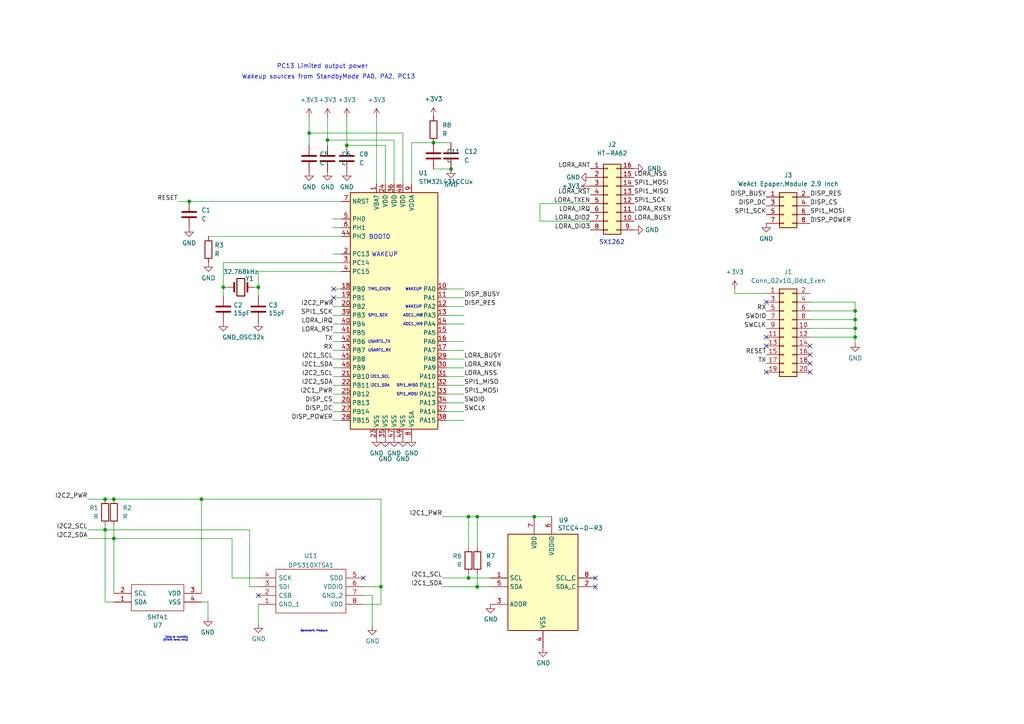
<source format=kicad_sch>
(kicad_sch (version 20250114) (generator "eeschema") (generator_version "9.0")
  (paper "A4")
  (lib_symbols
    (symbol "Connector_Generic:Conn_02x04_Odd_Even" (pin_names (offset 1.016) (hide yes))
      (property "Reference" "J" (at 1.27 5.08 0))
      (property "Value" "Conn_02x04_Odd_Even" (at 1.27 -7.62 0))
      (symbol "Conn_02x04_Odd_Even_1_1"
        (rectangle (start -1.27 3.81) (end 3.81 -6.35) (stroke (width 0.254)) (fill (type background)))
        (rectangle (start -1.27 2.667) (end 0 2.413) (stroke (width 0.1524)))
        (rectangle (start -1.27 0.127) (end 0 -0.127) (stroke (width 0.1524)))
        (rectangle (start -1.27 -2.413) (end 0 -2.667) (stroke (width 0.1524)))
        (rectangle (start -1.27 -4.953) (end 0 -5.207) (stroke (width 0.1524)))
        (rectangle (start 3.81 2.667) (end 2.54 2.413) (stroke (width 0.1524)))
        (rectangle (start 3.81 0.127) (end 2.54 -0.127) (stroke (width 0.1524)))
        (rectangle (start 3.81 -2.413) (end 2.54 -2.667) (stroke (width 0.1524)))
        (rectangle (start 3.81 -4.953) (end 2.54 -5.207) (stroke (width 0.1524)))
        (pin passive line (at -5.08 2.54 0) (length 3.81) (name "Pin_1") (number "1"))
        (pin passive line (at -5.08 0 0) (length 3.81) (name "Pin_3") (number "3"))
        (pin passive line (at -5.08 -2.54 0) (length 3.81) (name "Pin_5") (number "5"))
        (pin passive line (at -5.08 -5.08 0) (length 3.81) (name "Pin_7") (number "7"))
        (pin passive line (at 7.62 2.54 180) (length 3.81) (name "Pin_2") (number "2"))
        (pin passive line (at 7.62 0 180) (length 3.81) (name "Pin_4") (number "4"))
        (pin passive line (at 7.62 -2.54 180) (length 3.81) (name "Pin_6") (number "6"))
        (pin passive line (at 7.62 -5.08 180) (length 3.81) (name "Pin_8") (number "8"))
      )
    )
    (symbol "Connector_Generic:Conn_02x08_Counter_Clockwise" (pin_names (offset 1.016) (hide yes))
      (property "Reference" "J" (at 1.27 10.16 0))
      (property "Value" "Conn_02x08_Counter_Clockwise" (at 1.27 -12.7 0))
      (symbol "Conn_02x08_Counter_Clockwise_1_1"
        (rectangle (start -1.27 8.89) (end 3.81 -11.43) (stroke (width 0.254)) (fill (type background)))
        (rectangle (start -1.27 7.747) (end 0 7.493) (stroke (width 0.1524)))
        (rectangle (start -1.27 5.207) (end 0 4.953) (stroke (width 0.1524)))
        (rectangle (start -1.27 2.667) (end 0 2.413) (stroke (width 0.1524)))
        (rectangle (start -1.27 0.127) (end 0 -0.127) (stroke (width 0.1524)))
        (rectangle (start -1.27 -2.413) (end 0 -2.667) (stroke (width 0.1524)))
        (rectangle (start -1.27 -4.953) (end 0 -5.207) (stroke (width 0.1524)))
        (rectangle (start -1.27 -7.493) (end 0 -7.747) (stroke (width 0.1524)))
        (rectangle (start -1.27 -10.033) (end 0 -10.287) (stroke (width 0.1524)))
        (rectangle (start 3.81 7.747) (end 2.54 7.493) (stroke (width 0.1524)))
        (rectangle (start 3.81 5.207) (end 2.54 4.953) (stroke (width 0.1524)))
        (rectangle (start 3.81 2.667) (end 2.54 2.413) (stroke (width 0.1524)))
        (rectangle (start 3.81 0.127) (end 2.54 -0.127) (stroke (width 0.1524)))
        (rectangle (start 3.81 -2.413) (end 2.54 -2.667) (stroke (width 0.1524)))
        (rectangle (start 3.81 -4.953) (end 2.54 -5.207) (stroke (width 0.1524)))
        (rectangle (start 3.81 -7.493) (end 2.54 -7.747) (stroke (width 0.1524)))
        (rectangle (start 3.81 -10.033) (end 2.54 -10.287) (stroke (width 0.1524)))
        (pin passive line (at -5.08 7.62 0) (length 3.81) (name "Pin_1") (number "1"))
        (pin passive line (at -5.08 5.08 0) (length 3.81) (name "Pin_2") (number "2"))
        (pin passive line (at -5.08 2.54 0) (length 3.81) (name "Pin_3") (number "3"))
        (pin passive line (at -5.08 0 0) (length 3.81) (name "Pin_4") (number "4"))
        (pin passive line (at -5.08 -2.54 0) (length 3.81) (name "Pin_5") (number "5"))
        (pin passive line (at -5.08 -5.08 0) (length 3.81) (name "Pin_6") (number "6"))
        (pin passive line (at -5.08 -7.62 0) (length 3.81) (name "Pin_7") (number "7"))
        (pin passive line (at -5.08 -10.16 0) (length 3.81) (name "Pin_8") (number "8"))
        (pin passive line (at 7.62 7.62 180) (length 3.81) (name "Pin_16") (number "16"))
        (pin passive line (at 7.62 5.08 180) (length 3.81) (name "Pin_15") (number "15"))
        (pin passive line (at 7.62 2.54 180) (length 3.81) (name "Pin_14") (number "14"))
        (pin passive line (at 7.62 0 180) (length 3.81) (name "Pin_13") (number "13"))
        (pin passive line (at 7.62 -2.54 180) (length 3.81) (name "Pin_12") (number "12"))
        (pin passive line (at 7.62 -5.08 180) (length 3.81) (name "Pin_11") (number "11"))
        (pin passive line (at 7.62 -7.62 180) (length 3.81) (name "Pin_10") (number "10"))
        (pin passive line (at 7.62 -10.16 180) (length 3.81) (name "Pin_9") (number "9"))
      )
    )
    (symbol "Connector_Generic:Conn_02x10_Odd_Even" (pin_names (offset 1.016) (hide yes))
      (property "Reference" "J" (at 1.27 12.7 0))
      (property "Value" "Conn_02x10_Odd_Even" (at 1.27 -15.24 0))
      (symbol "Conn_02x10_Odd_Even_1_1"
        (rectangle (start -1.27 11.43) (end 3.81 -13.97) (stroke (width 0.254)) (fill (type background)))
        (rectangle (start -1.27 10.287) (end 0 10.033) (stroke (width 0.1524)))
        (rectangle (start -1.27 7.747) (end 0 7.493) (stroke (width 0.1524)))
        (rectangle (start -1.27 5.207) (end 0 4.953) (stroke (width 0.1524)))
        (rectangle (start -1.27 2.667) (end 0 2.413) (stroke (width 0.1524)))
        (rectangle (start -1.27 0.127) (end 0 -0.127) (stroke (width 0.1524)))
        (rectangle (start -1.27 -2.413) (end 0 -2.667) (stroke (width 0.1524)))
        (rectangle (start -1.27 -4.953) (end 0 -5.207) (stroke (width 0.1524)))
        (rectangle (start -1.27 -7.493) (end 0 -7.747) (stroke (width 0.1524)))
        (rectangle (start -1.27 -10.033) (end 0 -10.287) (stroke (width 0.1524)))
        (rectangle (start -1.27 -12.573) (end 0 -12.827) (stroke (width 0.1524)))
        (rectangle (start 3.81 10.287) (end 2.54 10.033) (stroke (width 0.1524)))
        (rectangle (start 3.81 7.747) (end 2.54 7.493) (stroke (width 0.1524)))
        (rectangle (start 3.81 5.207) (end 2.54 4.953) (stroke (width 0.1524)))
        (rectangle (start 3.81 2.667) (end 2.54 2.413) (stroke (width 0.1524)))
        (rectangle (start 3.81 0.127) (end 2.54 -0.127) (stroke (width 0.1524)))
        (rectangle (start 3.81 -2.413) (end 2.54 -2.667) (stroke (width 0.1524)))
        (rectangle (start 3.81 -4.953) (end 2.54 -5.207) (stroke (width 0.1524)))
        (rectangle (start 3.81 -7.493) (end 2.54 -7.747) (stroke (width 0.1524)))
        (rectangle (start 3.81 -10.033) (end 2.54 -10.287) (stroke (width 0.1524)))
        (rectangle (start 3.81 -12.573) (end 2.54 -12.827) (stroke (width 0.1524)))
        (pin passive line (at -5.08 10.16 0) (length 3.81) (name "Pin_1") (number "1"))
        (pin passive line (at -5.08 7.62 0) (length 3.81) (name "Pin_3") (number "3"))
        (pin passive line (at -5.08 5.08 0) (length 3.81) (name "Pin_5") (number "5"))
        (pin passive line (at -5.08 2.54 0) (length 3.81) (name "Pin_7") (number "7"))
        (pin passive line (at -5.08 0 0) (length 3.81) (name "Pin_9") (number "9"))
        (pin passive line (at -5.08 -2.54 0) (length 3.81) (name "Pin_11") (number "11"))
        (pin passive line (at -5.08 -5.08 0) (length 3.81) (name "Pin_13") (number "13"))
        (pin passive line (at -5.08 -7.62 0) (length 3.81) (name "Pin_15") (number "15"))
        (pin passive line (at -5.08 -10.16 0) (length 3.81) (name "Pin_17") (number "17"))
        (pin passive line (at -5.08 -12.7 0) (length 3.81) (name "Pin_19") (number "19"))
        (pin passive line (at 7.62 10.16 180) (length 3.81) (name "Pin_2") (number "2"))
        (pin passive line (at 7.62 7.62 180) (length 3.81) (name "Pin_4") (number "4"))
        (pin passive line (at 7.62 5.08 180) (length 3.81) (name "Pin_6") (number "6"))
        (pin passive line (at 7.62 2.54 180) (length 3.81) (name "Pin_8") (number "8"))
        (pin passive line (at 7.62 0 180) (length 3.81) (name "Pin_10") (number "10"))
        (pin passive line (at 7.62 -2.54 180) (length 3.81) (name "Pin_12") (number "12"))
        (pin passive line (at 7.62 -5.08 180) (length 3.81) (name "Pin_14") (number "14"))
        (pin passive line (at 7.62 -7.62 180) (length 3.81) (name "Pin_16") (number "16"))
        (pin passive line (at 7.62 -10.16 180) (length 3.81) (name "Pin_18") (number "18"))
        (pin passive line (at 7.62 -12.7 180) (length 3.81) (name "Pin_20") (number "20"))
      )
    )
    (symbol "Device:C" (pin_numbers (hide yes)) (pin_names (offset 0.254))
      (property "Reference" "C" (at 0.635 2.54 0))
      (property "Value" "C" (at 0.635 -2.54 0))
      (symbol "C_0_1"
        (polyline (pts (xy -2.032 0.762) (xy 2.032 0.762)) (stroke (width 0.508)))
        (polyline (pts (xy -2.032 -0.762) (xy 2.032 -0.762)) (stroke (width 0.508)))
      )
      (symbol "C_1_1"
        (pin passive line (at 0 3.81 270) (length 2.794) (name "~") (number "1"))
        (pin passive line (at 0 -3.81 90) (length 2.794) (name "~") (number "2"))
      )
    )
    (symbol "Device:R" (pin_numbers (hide yes)) (pin_names (offset 0))
      (property "Reference" "R" (at 2.032 0 90))
      (property "Value" "R" (at 0 0 90))
      (symbol "R_0_1"
        (rectangle (start -1.016 -2.54) (end 1.016 2.54) (stroke (width 0.254)))
      )
      (symbol "R_1_1"
        (pin passive line (at 0 3.81 270) (length 1.27) (name "~") (number "1"))
        (pin passive line (at 0 -3.81 90) (length 1.27) (name "~") (number "2"))
      )
    )
    (symbol "MCU_ST_STM32L4:STM32L431CCUx"
      (property "Reference" "U" (at -12.7 34.29 0))
      (property "Value" "STM32L431CCUx" (at 7.62 34.29 0))
      (symbol "STM32L431CCUx_0_1"
        (rectangle (start -12.7 -35.56) (end 12.7 33.02) (stroke (width 0.254)) (fill (type background)))
      )
      (symbol "STM32L431CCUx_1_1"
        (pin input line (at -15.24 30.48 0) (length 2.54) (name "NRST") (number "7"))
        (pin input line (at -15.24 25.4 0) (length 2.54) (name "PH0") (number "5"))
        (pin input line (at -15.24 22.86 0) (length 2.54) (name "PH1") (number "6"))
        (pin bidirectional line (at -15.24 20.32 0) (length 2.54) (name "PH3") (number "44"))
        (pin bidirectional line (at -15.24 15.24 0) (length 2.54) (name "PC13") (number "2"))
        (pin bidirectional line (at -15.24 12.7 0) (length 2.54) (name "PC14") (number "3"))
        (pin bidirectional line (at -15.24 10.16 0) (length 2.54) (name "PC15") (number "4"))
        (pin bidirectional line (at -15.24 5.08 0) (length 2.54) (name "PB0") (number "18"))
        (pin bidirectional line (at -15.24 2.54 0) (length 2.54) (name "PB1") (number "19"))
        (pin bidirectional line (at -15.24 0 0) (length 2.54) (name "PB2") (number "20"))
        (pin bidirectional line (at -15.24 -2.54 0) (length 2.54) (name "PB3") (number "39"))
        (pin bidirectional line (at -15.24 -5.08 0) (length 2.54) (name "PB4") (number "40"))
        (pin bidirectional line (at -15.24 -7.62 0) (length 2.54) (name "PB5") (number "41"))
        (pin bidirectional line (at -15.24 -10.16 0) (length 2.54) (name "PB6") (number "42"))
        (pin bidirectional line (at -15.24 -12.7 0) (length 2.54) (name "PB7") (number "43"))
        (pin bidirectional line (at -15.24 -15.24 0) (length 2.54) (name "PB8") (number "45"))
        (pin bidirectional line (at -15.24 -17.78 0) (length 2.54) (name "PB9") (number "46"))
        (pin bidirectional line (at -15.24 -20.32 0) (length 2.54) (name "PB10") (number "21"))
        (pin bidirectional line (at -15.24 -22.86 0) (length 2.54) (name "PB11") (number "22"))
        (pin bidirectional line (at -15.24 -25.4 0) (length 2.54) (name "PB12") (number "25"))
        (pin bidirectional line (at -15.24 -27.94 0) (length 2.54) (name "PB13") (number "26"))
        (pin bidirectional line (at -15.24 -30.48 0) (length 2.54) (name "PB14") (number "27"))
        (pin bidirectional line (at -15.24 -33.02 0) (length 2.54) (name "PB15") (number "28"))
        (pin power_in line (at -5.08 35.56 270) (length 2.54) (name "VBAT") (number "1"))
        (pin power_in line (at -5.08 -38.1 90) (length 2.54) (name "VSS") (number "23"))
        (pin power_in line (at -2.54 35.56 270) (length 2.54) (name "VDD") (number "24"))
        (pin power_in line (at -2.54 -38.1 90) (length 2.54) (name "VSS") (number "35"))
        (pin power_in line (at 0 35.56 270) (length 2.54) (name "VDD") (number "36"))
        (pin power_in line (at 0 -38.1 90) (length 2.54) (name "VSS") (number "47"))
        (pin power_in line (at 2.54 35.56 270) (length 2.54) (name "VDD") (number "48"))
        (pin power_in line (at 2.54 -38.1 90) (length 2.54) (name "VSS") (number "49"))
        (pin power_in line (at 5.08 35.56 270) (length 2.54) (name "VDDA") (number "9"))
        (pin power_in line (at 5.08 -38.1 90) (length 2.54) (name "VSSA") (number "8"))
        (pin bidirectional line (at 15.24 5.08 180) (length 2.54) (name "PA0") (number "10"))
        (pin bidirectional line (at 15.24 2.54 180) (length 2.54) (name "PA1") (number "11"))
        (pin bidirectional line (at 15.24 0 180) (length 2.54) (name "PA2") (number "12"))
        (pin bidirectional line (at 15.24 -2.54 180) (length 2.54) (name "PA3") (number "13"))
        (pin bidirectional line (at 15.24 -5.08 180) (length 2.54) (name "PA4") (number "14"))
        (pin bidirectional line (at 15.24 -7.62 180) (length 2.54) (name "PA5") (number "15"))
        (pin bidirectional line (at 15.24 -10.16 180) (length 2.54) (name "PA6") (number "16"))
        (pin bidirectional line (at 15.24 -12.7 180) (length 2.54) (name "PA7") (number "17"))
        (pin bidirectional line (at 15.24 -15.24 180) (length 2.54) (name "PA8") (number "29"))
        (pin bidirectional line (at 15.24 -17.78 180) (length 2.54) (name "PA9") (number "30"))
        (pin bidirectional line (at 15.24 -20.32 180) (length 2.54) (name "PA10") (number "31"))
        (pin bidirectional line (at 15.24 -22.86 180) (length 2.54) (name "PA11") (number "32"))
        (pin bidirectional line (at 15.24 -25.4 180) (length 2.54) (name "PA12") (number "33"))
        (pin bidirectional line (at 15.24 -27.94 180) (length 2.54) (name "PA13") (number "34"))
        (pin bidirectional line (at 15.24 -30.48 180) (length 2.54) (name "PA14") (number "37"))
        (pin bidirectional line (at 15.24 -33.02 180) (length 2.54) (name "PA15") (number "38"))
      )
    )
    (symbol "Sensative-New:C-Device" (pin_numbers (hide yes)) (pin_names (offset 0.254))
      (property "Reference" "C" (at 0.635 2.54 0))
      (property "Value" "C-Device" (at 0.635 -2.54 0))
      (symbol "C-Device_0_1"
        (polyline (pts (xy -2.032 0.762) (xy 2.032 0.762)) (stroke (width 0.508)))
        (polyline (pts (xy -2.032 -0.762) (xy 2.032 -0.762)) (stroke (width 0.508)))
      )
      (symbol "C-Device_1_1"
        (pin passive line (at 0 3.81 270) (length 2.794) (name "~") (number "1"))
        (pin passive line (at 0 -3.81 90) (length 2.794) (name "~") (number "2"))
      )
    )
    (symbol "Sensative-New:Crystal-Device" (pin_numbers (hide yes)) (pin_names (offset 1.016) (hide yes))
      (property "Reference" "Y" (at 0 3.81 0))
      (property "Value" "Crystal-Device" (at 0 -3.81 0))
      (symbol "Crystal-Device_0_1"
        (polyline (pts (xy -2.54 0) (xy -1.905 0)))
        (polyline (pts (xy -1.905 -1.27) (xy -1.905 1.27)) (stroke (width 0.508)))
        (rectangle (start -1.143 2.54) (end 1.143 -2.54) (stroke (width 0.3048)))
        (polyline (pts (xy 1.905 -1.27) (xy 1.905 1.27)) (stroke (width 0.508)))
        (polyline (pts (xy 2.54 0) (xy 1.905 0)))
      )
      (symbol "Crystal-Device_1_1"
        (pin passive line (at -3.81 0 0) (length 1.27) (name "1") (number "1"))
        (pin passive line (at 3.81 0 180) (length 1.27) (name "2") (number "2"))
      )
    )
    (symbol "Sensative-New:SHT40-AD1B-R3" (pin_names (offset 0.762))
      (property "Reference" "IC" (at 21.59 7.62 0))
      (property "Value" "SHT40-AD1B-R3" (at 21.59 5.08 0))
      (symbol "SHT40-AD1B-R3_0_0"
        (pin passive line (at 0 0 0) (length 5.08) (name "SDA") (number "1"))
        (pin passive line (at 0 -2.54 0) (length 5.08) (name "SCL") (number "2"))
        (pin passive line (at 25.4 0 180) (length 5.08) (name "VSS") (number "4"))
        (pin passive line (at 25.4 -2.54 180) (length 5.08) (name "VDD") (number "3"))
      )
      (symbol "SHT40-AD1B-R3_0_1"
        (polyline (pts (xy 5.08 2.54) (xy 20.32 2.54) (xy 20.32 -5.08) (xy 5.08 -5.08) (xy 5.08 2.54)) (stroke (width 0.1524)))
      )
    )
    (symbol "Sensative-New:STCC4-D-R3"
      (property "Reference" "U9" (at 19.812 16.764 0))
      (property "Value" "STCC4-D-R3" (at 19.558 14.478 0))
      (symbol "STCC4-D-R3_1_1"
        (rectangle (start 5.08 12.7) (end 25.4 -15.24) (stroke (width 0.254)) (fill (type background)))
        (pin passive line (at 0 0 0) (length 5.08) (name "SCL") (number "1"))
        (pin passive line (at 0 -2.54 0) (length 5.08) (name "SDA") (number "5"))
        (pin passive line (at 0 -7.62 0) (length 5.08) (name "ADDR") (number "3"))
        (pin passive line (at 12.7 17.78 270) (length 5.08) (name "VDD") (number "7"))
        (pin passive line (at 15.24 -20.32 90) (length 5.08) (name "VSS") (number "4"))
        (pin passive line (at 17.78 17.78 270) (length 5.08) (name "VDDIO") (number "6"))
        (pin passive line (at 30.48 0 180) (length 5.08) (name "SCL_C") (number "8"))
        (pin passive line (at 30.48 -2.54 180) (length 5.08) (name "SDA_C") (number "2"))
      )
    )
    (symbol "TVK10011:DPS310XTSA1" (pin_names (offset 0.762))
      (property "Reference" "IC" (at 26.67 7.62 0))
      (property "Value" "DPS310XTSA1" (at 26.67 5.08 0))
      (symbol "DPS310XTSA1_0_0"
        (pin passive line (at 0 0 0) (length 5.08) (name "SCK") (number "4"))
        (pin passive line (at 0 -2.54 0) (length 5.08) (name "SDI") (number "3"))
        (pin passive line (at 0 -5.08 0) (length 5.08) (name "CSB") (number "2"))
        (pin passive line (at 0 -7.62 0) (length 5.08) (name "GND_1") (number "1"))
        (pin passive line (at 30.48 0 180) (length 5.08) (name "SDO") (number "5"))
        (pin passive line (at 30.48 -2.54 180) (length 5.08) (name "VDDIO") (number "6"))
        (pin passive line (at 30.48 -5.08 180) (length 5.08) (name "GND_2") (number "7"))
        (pin passive line (at 30.48 -7.62 180) (length 5.08) (name "VDD") (number "8"))
      )
      (symbol "DPS310XTSA1_0_1"
        (polyline (pts (xy 5.08 2.54) (xy 25.4 2.54) (xy 25.4 -10.16) (xy 5.08 -10.16) (xy 5.08 2.54)) (stroke (width 0.1524)))
      )
    )
    (symbol "TVK10011:GND_ACC" (power) (pin_names (offset 0))
      (property "Value" "GND_ACC" (at 0 -3.81 0))
      (symbol "GND_ACC_0_1"
        (polyline (pts (xy 0 0) (xy 0 -1.27) (xy 1.27 -1.27) (xy 0 -2.54) (xy -1.27 -1.27) (xy 0 -1.27)))
      )
      (symbol "GND_ACC_1_1"
        (pin power_in line (at 0 0 270) (length 0) (hide yes) (name "GND_ACC") (number "1"))
      )
    )
    (symbol "TVK10014:GND_OSC32k" (power) (pin_names (offset 0))
      (property "Value" "GND_OSC32k" (at 0 -3.81 0))
      (symbol "GND_OSC32k_0_1"
        (polyline (pts (xy 0 0) (xy 0 -1.27) (xy 1.27 -1.27) (xy 0 -2.54) (xy -1.27 -1.27) (xy 0 -1.27)))
      )
      (symbol "GND_OSC32k_1_1"
        (pin power_in line (at 0 0 270) (length 0) (hide yes) (name "GND_OSC32k") (number "1"))
      )
    )
    (symbol "power:+3V3" (power) (pin_names (offset 0))
      (property "Value" "+3V3" (at 0 3.556 0))
      (symbol "+3V3_0_1"
        (polyline (pts (xy -0.762 1.27) (xy 0 2.54)))
        (polyline (pts (xy 0 2.54) (xy 0.762 1.27)))
        (polyline (pts (xy 0 0) (xy 0 2.54)))
      )
      (symbol "+3V3_1_1"
        (pin power_in line (at 0 0 90) (length 0) (hide yes) (name "+3V3") (number "1"))
      )
    )
    (symbol "power:GND" (power) (pin_names (offset 0))
      (property "Value" "GND" (at 0 -3.81 0))
      (symbol "GND_0_1"
        (polyline (pts (xy 0 0) (xy 0 -1.27) (xy 1.27 -1.27) (xy 0 -2.54) (xy -1.27 -1.27) (xy 0 -1.27)))
      )
      (symbol "GND_1_1"
        (pin power_in line (at 0 0 270) (length 0) (hide yes) (name "GND") (number "1"))
      )
    )
  )
  (text "SX1262" (at 173.736 71.12 0) (effects (font (size 1.27 1.27)) (justify left bottom)))
  (text "I2C1_SCL" (at 107.315 109.855 0) (effects (font (size 0.8 0.8)) (justify left bottom)))
  (text "ADC1_IN8" (at 116.84 92.075 0) (effects (font (size 0.8 0.8)) (justify left bottom)))
  (text "BOOT0" (at 106.934 69.596 0) (effects (font (size 1.27 1.27)) (justify left bottom)))
  (text "SPI1_SCK" (at 106.68 92.075 0) (effects (font (size 0.8 0.8)) (justify left bottom)))
  (text "WAKEUP" (at 117.475 89.535 0) (effects (font (size 0.8 0.8)) (justify left bottom)))
  (text "WAKEUP" (at 117.475 84.455 0) (effects (font (size 0.8 0.8)) (justify left bottom)))
  (text "USART1_TX" (at 106.68 99.695 0) (effects (font (size 0.8 0.8)) (justify left bottom)))
  (text "USART1_RX" (at 106.68 102.235 0) (effects (font (size 0.8 0.8)) (justify left bottom)))
  (text "TIM1_CH2N" (at 106.68 84.455 0) (effects (font (size 0.8 0.8)) (justify left bottom)))
  (text "I2C1_SDA" (at 107.315 112.395 0) (effects (font (size 0.8 0.8)) (justify left bottom)))
  (text "ADC1_IN9" (at 116.84 94.615 0) (effects (font (size 0.8 0.8)) (justify left bottom)))
  (text "SPI1_MOSI" (at 114.935 114.935 0) (effects (font (size 0.8 0.8)) (justify left bottom)))
  (text "WAKEUP" (at 107.696 74.676 0) (effects (font (size 1.27 1.27)) (justify left bottom)))
  (text "Wakeup sources from StandbyMode PA0, PA2, PC13" (at 70.104 23.114 0) (effects (font (size 1.27 1.27)) (justify left bottom)))
  (text "PC13 Limited output power" (at 80.264 20.066 0) (effects (font (size 1.27 1.27)) (justify left bottom)))
  (text "Barometric Pressure" (at 87.122 183.388 0) (effects (font (size 0.508 0.508)) (justify left bottom)))
  (text "SPI1_MISO" (at 114.935 112.395 0) (effects (font (size 0.8 0.8)) (justify left bottom)))
  (text "Temp & Humidity\n(STS40 temp only)" (at 54.61 186.055 0) (effects (font (size 0.508 0.508)) (justify right bottom)))
  (junction (at 135.89 149.86))
  (junction (at 54.864 58.42))
  (junction (at 110.49 170.18))
  (junction (at 154.94 149.86))
  (junction (at 30.48 153.67))
  (junction (at 248.031 95.25))
  (junction (at 30.48 144.78))
  (junction (at 33.02 144.78))
  (junction (at 138.43 170.18))
  (junction (at 33.02 156.21))
  (junction (at 64.77 83.312))
  (junction (at 74.93 83.312))
  (junction (at 248.031 92.71))
  (junction (at 125.73 41.402))
  (junction (at 89.662 38.608))
  (junction (at 135.89 167.64))
  (junction (at 58.42 144.78))
  (junction (at 248.031 90.17))
  (junction (at 130.81 49.022))
  (junction (at 94.996 40.64))
  (junction (at 100.584 42.164))
  (junction (at 248.031 97.79))
  (junction (at 138.43 149.86))
  (no_connect (at 222.25 97.79))
  (no_connect (at 234.95 102.87))
  (no_connect (at 222.25 87.63))
  (no_connect (at 96.774 86.36))
  (no_connect (at 222.25 107.95))
  (no_connect (at 74.93 172.72))
  (no_connect (at 172.72 170.18))
  (no_connect (at 172.72 167.64))
  (no_connect (at 234.95 105.41))
  (no_connect (at 234.95 107.95))
  (no_connect (at 105.41 167.64))
  (no_connect (at 96.774 83.82))
  (no_connect (at 222.25 100.33))
  (no_connect (at 234.95 100.33))
  (wire (pts (xy 114.3 40.64) (xy 94.996 40.64)))
  (wire (pts (xy 30.48 152.4) (xy 30.48 153.67)))
  (wire (pts (xy 96.52 114.3) (xy 99.06 114.3)))
  (wire (pts (xy 248.031 95.25) (xy 248.031 97.79)))
  (wire (pts (xy 248.031 92.71) (xy 248.031 95.25)))
  (wire (pts (xy 128.27 167.64) (xy 135.89 167.64)))
  (wire (pts (xy 156.591 59.055) (xy 171.196 59.055)))
  (wire (pts (xy 89.662 38.608) (xy 89.662 42.164)))
  (wire (pts (xy 94.996 40.64) (xy 94.996 42.164)))
  (wire (pts (xy 138.43 166.37) (xy 138.43 170.18)))
  (wire (pts (xy 129.54 109.22) (xy 134.62 109.22)))
  (wire (pts (xy 30.48 174.625) (xy 33.02 174.625)))
  (wire (pts (xy 96.52 66.04) (xy 99.06 66.04)))
  (wire (pts (xy 129.54 86.36) (xy 134.62 86.36)))
  (wire (pts (xy 73.66 83.312) (xy 74.93 83.312)))
  (wire (pts (xy 213.106 85.09) (xy 222.25 85.09)))
  (wire (pts (xy 74.93 85.852) (xy 74.93 83.312)))
  (wire (pts (xy 64.77 83.312) (xy 66.04 83.312)))
  (wire (pts (xy 129.54 91.44) (xy 134.62 91.44)))
  (wire (pts (xy 58.42 144.78) (xy 58.42 172.085)))
  (wire (pts (xy 100.584 34.036) (xy 100.584 42.164)))
  (wire (pts (xy 96.52 104.14) (xy 99.06 104.14)))
  (wire (pts (xy 129.54 83.82) (xy 134.62 83.82)))
  (wire (pts (xy 74.93 83.312) (xy 74.93 78.74)))
  (wire (pts (xy 129.54 111.76) (xy 134.62 111.76)))
  (wire (pts (xy 96.52 106.68) (xy 99.06 106.68)))
  (wire (pts (xy 96.52 93.98) (xy 99.06 93.98)))
  (wire (pts (xy 96.52 63.5) (xy 99.06 63.5)))
  (wire (pts (xy 248.031 87.63) (xy 248.031 90.17)))
  (wire (pts (xy 96.52 99.06) (xy 99.06 99.06)))
  (wire (pts (xy 129.54 88.9) (xy 134.62 88.9)))
  (wire (pts (xy 129.54 93.98) (xy 134.62 93.98)))
  (wire (pts (xy 96.52 91.44) (xy 99.06 91.44)))
  (wire (pts (xy 129.54 106.68) (xy 134.62 106.68)))
  (wire (pts (xy 171.196 64.135) (xy 156.591 64.135)))
  (wire (pts (xy 138.43 158.75) (xy 138.43 149.86)))
  (wire (pts (xy 116.84 38.608) (xy 89.662 38.608)))
  (wire (pts (xy 119.38 41.402) (xy 125.73 41.402)))
  (wire (pts (xy 135.89 167.64) (xy 142.24 167.64)))
  (wire (pts (xy 96.52 88.9) (xy 99.06 88.9)))
  (wire (pts (xy 248.031 90.17) (xy 248.031 92.71)))
  (wire (pts (xy 129.54 116.84) (xy 134.62 116.84)))
  (wire (pts (xy 109.22 34.036) (xy 109.22 53.34)))
  (wire (pts (xy 248.031 97.79) (xy 248.031 99.441)))
  (wire (pts (xy 51.562 58.42) (xy 54.864 58.42)))
  (wire (pts (xy 107.95 172.72) (xy 107.95 181.61)))
  (wire (pts (xy 234.95 97.79) (xy 248.031 97.79)))
  (wire (pts (xy 135.89 166.37) (xy 135.89 167.64)))
  (wire (pts (xy 129.54 101.6) (xy 134.62 101.6)))
  (wire (pts (xy 94.996 34.036) (xy 94.996 40.64)))
  (wire (pts (xy 30.48 144.78) (xy 33.02 144.78)))
  (wire (pts (xy 128.27 149.86) (xy 135.89 149.86)))
  (wire (pts (xy 96.52 86.36) (xy 99.06 86.36)))
  (wire (pts (xy 30.48 153.67) (xy 30.48 174.625)))
  (wire (pts (xy 33.02 144.78) (xy 58.42 144.78)))
  (wire (pts (xy 105.41 172.72) (xy 107.95 172.72)))
  (wire (pts (xy 138.43 149.86) (xy 154.94 149.86)))
  (wire (pts (xy 99.06 68.58) (xy 60.452 68.58)))
  (wire (pts (xy 110.49 170.18) (xy 110.49 175.26)))
  (wire (pts (xy 67.31 167.64) (xy 74.93 167.64)))
  (wire (pts (xy 96.52 83.82) (xy 99.06 83.82)))
  (wire (pts (xy 74.93 78.74) (xy 99.06 78.74)))
  (wire (pts (xy 234.95 87.63) (xy 248.031 87.63)))
  (wire (pts (xy 116.84 53.34) (xy 116.84 38.608)))
  (wire (pts (xy 58.42 144.78) (xy 110.49 144.78)))
  (wire (pts (xy 129.54 104.14) (xy 134.62 104.14)))
  (wire (pts (xy 96.52 109.22) (xy 99.06 109.22)))
  (wire (pts (xy 74.93 170.18) (xy 72.39 170.18)))
  (wire (pts (xy 25.4 153.67) (xy 30.48 153.67)))
  (wire (pts (xy 60.325 174.625) (xy 60.325 179.07)))
  (wire (pts (xy 96.52 96.52) (xy 99.06 96.52)))
  (wire (pts (xy 154.94 149.86) (xy 160.02 149.86)))
  (wire (pts (xy 156.591 64.135) (xy 156.591 59.055)))
  (wire (pts (xy 114.3 53.34) (xy 114.3 40.64)))
  (wire (pts (xy 129.54 119.38) (xy 134.62 119.38)))
  (wire (pts (xy 213.106 83.947) (xy 213.106 85.09)))
  (wire (pts (xy 125.73 49.022) (xy 130.81 49.022)))
  (wire (pts (xy 30.48 153.67) (xy 72.39 153.67)))
  (wire (pts (xy 64.77 83.312) (xy 64.77 76.2)))
  (wire (pts (xy 67.31 156.21) (xy 67.31 167.64)))
  (wire (pts (xy 135.89 149.86) (xy 138.43 149.86)))
  (wire (pts (xy 96.52 119.38) (xy 99.06 119.38)))
  (wire (pts (xy 96.52 116.84) (xy 99.06 116.84)))
  (wire (pts (xy 33.02 156.21) (xy 67.31 156.21)))
  (wire (pts (xy 96.52 101.6) (xy 99.06 101.6)))
  (wire (pts (xy 74.93 175.26) (xy 74.93 180.975)))
  (wire (pts (xy 58.42 174.625) (xy 60.325 174.625)))
  (wire (pts (xy 72.39 153.67) (xy 72.39 170.18)))
  (wire (pts (xy 111.76 42.164) (xy 100.584 42.164)))
  (wire (pts (xy 119.38 41.402) (xy 119.38 53.34)))
  (wire (pts (xy 129.54 114.3) (xy 134.62 114.3)))
  (wire (pts (xy 129.54 99.06) (xy 134.62 99.06)))
  (wire (pts (xy 105.41 170.18) (xy 110.49 170.18)))
  (wire (pts (xy 128.27 170.18) (xy 138.43 170.18)))
  (wire (pts (xy 64.77 76.2) (xy 99.06 76.2)))
  (wire (pts (xy 25.4 144.78) (xy 30.48 144.78)))
  (wire (pts (xy 25.4 156.21) (xy 33.02 156.21)))
  (wire (pts (xy 110.49 175.26) (xy 105.41 175.26)))
  (wire (pts (xy 138.43 170.18) (xy 142.24 170.18)))
  (wire (pts (xy 96.52 121.92) (xy 99.06 121.92)))
  (wire (pts (xy 111.76 53.34) (xy 111.76 42.164)))
  (wire (pts (xy 99.06 58.42) (xy 54.864 58.42)))
  (wire (pts (xy 33.02 152.4) (xy 33.02 156.21)))
  (wire (pts (xy 33.02 156.21) (xy 33.02 172.085)))
  (wire (pts (xy 110.49 144.78) (xy 110.49 170.18)))
  (wire (pts (xy 135.89 149.86) (xy 135.89 158.75)))
  (wire (pts (xy 89.662 34.036) (xy 89.662 38.608)))
  (wire (pts (xy 64.77 85.852) (xy 64.77 83.312)))
  (wire (pts (xy 234.95 95.25) (xy 248.031 95.25)))
  (wire (pts (xy 129.54 121.92) (xy 134.62 121.92)))
  (wire (pts (xy 234.95 90.17) (xy 248.031 90.17)))
  (wire (pts (xy 96.52 73.66) (xy 99.06 73.66)))
  (wire (pts (xy 125.73 41.402) (xy 130.81 41.402)))
  (wire (pts (xy 96.52 111.76) (xy 99.06 111.76)))
  (wire (pts (xy 234.95 92.71) (xy 248.031 92.71)))
  (label "I2C1_PWR" (at 96.52 114.3 180))
  (label "I2C1_PWR" (at 128.27 149.86 180))
  (label "DISP_DC" (at 222.25 59.69 180))
  (label "LORA_DIO2" (at 171.196 64.135 180))
  (label "SPI1_MOSI" (at 234.95 62.23 0))
  (label "RESET" (at 51.562 58.42 180))
  (label "I2C1_SDA" (at 96.52 106.68 180))
  (label "LORA_TXEN" (at 171.196 59.055 180))
  (label "LORA_DIO3" (at 171.196 66.675 180))
  (label "DISP_RES" (at 234.95 57.15 0))
  (label "LORA_BUSY" (at 183.896 64.135 0))
  (label "DISP_POWER" (at 96.52 121.92 180))
  (label "SPI1_SCK" (at 96.52 91.44 180))
  (label "I2C2_PWR" (at 96.774 88.9 180))
  (label "SWDIO" (at 222.25 92.71 180))
  (label "DISP_DC" (at 96.52 119.38 180))
  (label "I2C1_SCL" (at 96.52 104.14 180))
  (label "DISP_BUSY" (at 222.25 57.15 180))
  (label "DISP_BUSY" (at 134.62 86.36 0))
  (label "SWCLK" (at 222.25 95.25 180))
  (label "I2C2_SDA" (at 25.4 156.21 180))
  (label "I2C2_SCL" (at 25.4 153.67 180))
  (label "LORA_RST" (at 96.774 96.52 180))
  (label "LORA_RXEN" (at 134.62 106.68 0))
  (label "RX" (at 96.52 101.6 180))
  (label "TX" (at 96.52 99.06 180))
  (label "DISP_CS" (at 96.52 116.84 180))
  (label "LORA_NSS" (at 134.62 109.22 0))
  (label "RESET" (at 222.25 102.87 180))
  (label "LORA_NSS" (at 183.896 51.435 0))
  (label "I2C1_SDA" (at 128.27 170.18 180))
  (label "I2C2_SCL" (at 96.52 109.22 180))
  (label "LORA_IRQ" (at 171.196 61.595 180))
  (label "SPI1_SCK" (at 222.25 62.23 180))
  (label "SPI1_MOSI" (at 134.62 114.3 0))
  (label "DISP_POWER" (at 234.95 64.77 0))
  (label "I2C2_PWR" (at 25.4 144.78 180))
  (label "LORA_ANT" (at 171.196 48.895 180))
  (label "SPI1_MOSI" (at 183.896 53.975 0))
  (label "LORA_IRQ" (at 96.52 93.98 180))
  (label "LORA_BUSY" (at 134.62 104.14 0))
  (label "DISP_CS" (at 234.95 59.69 0))
  (label "SWDIO" (at 134.62 116.84 0))
  (label "I2C1_SCL" (at 128.27 167.64 180))
  (label "LORA_RXEN" (at 183.896 61.595 0))
  (label "LORA_RST" (at 171.196 56.515 180))
  (label "RX" (at 222.25 90.17 180))
  (label "SPI1_SCK" (at 183.896 59.055 0))
  (label "SPI1_MISO" (at 134.62 111.76 0))
  (label "I2C2_SDA" (at 96.52 111.76 180))
  (label "SWCLK" (at 134.62 119.38 0))
  (label "DISP_RES" (at 134.62 88.9 0))
  (label "SPI1_MISO" (at 183.896 56.515 0))
  (label "TX" (at 222.25 105.41 180))
  (symbol (lib_id "power:GND") (at 111.76 127 0) (mirror y) (unit 1)
    (property "Reference" "#PWR019" (effects (hide yes)))
    (property "Value" "GND" (at 111.76 133.096 0))
  )
  (symbol (lib_id "TVK10011:GND_ACC") (at 107.95 181.61 0) (unit 1)
    (property "Reference" "#PWR0195" (effects (hide yes)))
    (property "Value" "GND" (at 108.0643 185.9344 0))
  )
  (symbol (lib_id "Sensative-New:SHT40-AD1B-R3") (at 33.02 174.625 0) (mirror x) (unit 1)
    (property "Reference" "U7" (at 45.72 181.3244 0))
    (property "Value" "SHT41" (at 45.72 179.0257 0))
    (property "Footprint" "sensative:SHT40AD1BR3" (effects (hide yes)))
    (property "Datasheet" "https://www.arrow.com/en/products/sht40-ad1b-r3/sensirion-ag" (effects (hide yes)))
    (property "Description" "Humidity/Temperature Sensor Digital Serial (I2C) T/R" (effects (hide yes)))
    (property "Height" "0.59" (effects (hide yes)))
    (property "Manufacturer_Name" "Sensirion" (effects (hide yes)))
    (property "Manufacturer_Part_Number" "SHT40-AD1B-R3" (effects (hide yes)))
    (property "Mouser Part Number" "403-SHT40-AD1B-R3" (effects (hide yes)))
    (property "Mouser Price/Stock" "https://www.mouser.co.uk/ProductDetail/Sensirion/SHT40-AD1B-R3?qs=zW32dvEIR3sa7U6cFW6pBw%3D%3D" (effects (hide yes)))
    (property "Arrow Part Number" "SHTC3" (effects (hide yes)))
    (property "Arrow Price/Stock" "https://www.arrow.com/en/products/shtc3/sensirion-ag" (effects (hide yes)))
  )
  (symbol (lib_id "TVK10014:GND_OSC32k") (at 74.93 93.472 0) (unit 1)
    (property "Reference" "#PWR05" (effects (hide yes)))
    (property "Value" "GND_OSC32k" (effects (hide yes)))
  )
  (symbol (lib_id "Device:C") (at 54.864 62.23 0) (unit 1)
    (property "Reference" "C1" (at 58.42 60.9599 0) (effects (justify left)))
    (property "Value" "C" (at 58.42 63.4999 0) (effects (justify left)))
    (property "Footprint" "Capacitor_SMD:C_0201_0603Metric" (effects (hide yes)))
  )
  (symbol (lib_id "power:+3V3") (at 109.22 34.036 0) (unit 1)
    (property "Reference" "#PWR017" (effects (hide yes)))
    (property "Value" "+3V3" (at 109.22 28.956 0))
  )
  (symbol (lib_id "power:GND") (at 89.662 49.784 0) (mirror y) (unit 1)
    (property "Reference" "#PWR08" (effects (hide yes)))
    (property "Value" "GND" (at 89.662 54.229 0))
  )
  (symbol (lib_id "power:+3V3") (at 213.106 83.947 0) (unit 1)
    (property "Reference" "#PWR030" (effects (hide yes)))
    (property "Value" "+3V3" (at 213.106 78.867 0))
  )
  (symbol (lib_id "Device:C") (at 94.996 45.974 0) (unit 1)
    (property "Reference" "C6" (at 99.06 44.7039 0) (effects (justify left)))
    (property "Value" "C" (at 99.06 47.2439 0) (effects (justify left)))
    (property "Footprint" "Capacitor_SMD:C_0201_0603Metric" (effects (hide yes)))
  )
  (symbol (lib_id "power:+3V3") (at 100.584 34.036 0) (unit 1)
    (property "Reference" "#PWR013" (effects (hide yes)))
    (property "Value" "+3V3" (at 100.584 28.956 0))
  )
  (symbol (lib_id "power:GND") (at 60.452 76.2 0) (mirror y) (unit 1)
    (property "Reference" "#PWR03" (effects (hide yes)))
    (property "Value" "GND" (at 60.452 80.645 0))
  )
  (symbol (lib_id "power:GND") (at 100.584 49.784 0) (mirror y) (unit 1)
    (property "Reference" "#PWR014" (effects (hide yes)))
    (property "Value" "GND" (at 100.584 54.229 0))
  )
  (symbol (lib_id "power:GND") (at 54.864 66.04 0) (mirror y) (unit 1)
    (property "Reference" "#PWR01" (effects (hide yes)))
    (property "Value" "GND" (at 54.864 70.485 0))
  )
  (symbol (lib_id "power:GND") (at 183.896 48.895 90) (mirror x) (unit 1)
    (property "Reference" "#PWR037" (effects (hide yes)))
    (property "Value" "GND" (at 187.706 48.8949 90) (effects (justify right)))
  )
  (symbol (lib_id "TVK10011:GND_ACC") (at 60.325 179.07 0) (mirror y) (unit 1)
    (property "Reference" "#PWR0156" (effects (hide yes)))
    (property "Value" "GND" (at 60.2107 183.3944 0))
  )
  (symbol (lib_id "Device:R") (at 60.452 72.39 180) (unit 1)
    (property "Reference" "R3" (at 62.23 71.1199 0) (effects (justify right)))
    (property "Value" "R" (at 62.23 73.6599 0) (effects (justify right)))
    (property "Footprint" "Resistor_SMD:R_0201_0603Metric" (effects (hide yes)))
  )
  (symbol (lib_id "power:GND") (at 222.25 64.77 0) (mirror y) (unit 1)
    (property "Reference" "#PWR042" (effects (hide yes)))
    (property "Value" "GND" (at 222.25 69.215 0))
  )
  (symbol (lib_id "Device:R") (at 138.43 162.56 180) (unit 1)
    (property "Reference" "R7" (at 140.97 161.2899 0) (effects (justify right)))
    (property "Value" "R" (at 140.97 163.8299 0) (effects (justify right)))
    (property "Footprint" "Resistor_SMD:R_0201_0603Metric" (effects (hide yes)))
  )
  (symbol (lib_id "Sensative-New:STCC4-D-R3") (at 142.24 167.64 0) (unit 1)
    (property "Reference" "U9" (at 162.052 150.876 0) (effects (justify left)))
    (property "Value" "STCC4-D-R3" (at 161.798 153.162 0) (effects (justify left)))
    (property "Footprint" "TVK 10 017:STCC4DR3" (effects (hide yes)))
    (property "Datasheet" "https://sensirion.com/media/documents/6AED4B15/684A889C/CD_DS_STCC4_D1_3.pdf" (effects (hide yes)))
    (property "Description" "Air Quality Sensors STCC4-D-R3 CO2 I2C, SMD ToR 1500 pcs 2.7V ~ 5.5V 950A 10C ~ 40C" (effects (hide yes)))
    (property "Height" "1.32" (effects (hide yes)))
    (property "Manufacturer_Name" "Sensirion" (effects (hide yes)))
    (property "Manufacturer_Part_Number" "STCC4-D-R3" (effects (hide yes)))
  )
  (symbol (lib_id "Device:C") (at 89.662 45.974 0) (unit 1)
    (property "Reference" "C5" (at 92.71 44.7039 0) (effects (justify left)))
    (property "Value" "C" (at 92.71 47.2439 0) (effects (justify left)))
    (property "Footprint" "Capacitor_SMD:C_0201_0603Metric" (effects (hide yes)))
  )
  (symbol (lib_id "Device:R") (at 33.02 148.59 180) (unit 1)
    (property "Reference" "R2" (at 35.56 147.3199 0) (effects (justify right)))
    (property "Value" "R" (at 35.56 149.8599 0) (effects (justify right)))
    (property "Footprint" "Resistor_SMD:R_0201_0603Metric" (effects (hide yes)))
  )
  (symbol (lib_id "power:+3V3") (at 125.73 33.782 0) (unit 1)
    (property "Reference" "#PWR027" (effects (hide yes)))
    (property "Value" "+3V3" (at 125.73 28.702 0))
  )
  (symbol (lib_id "power:GND") (at 116.84 127 0) (mirror y) (unit 1)
    (property "Reference" "#PWR023" (effects (hide yes)))
    (property "Value" "GND" (at 116.84 133.096 0))
  )
  (symbol (lib_id "Sensative-New:Crystal-Device") (at 69.85 83.312 0) (unit 1)
    (property "Reference" "Y1" (at 72.39 80.772 0))
    (property "Value" "32.768kHz" (at 69.85 78.8162 0))
    (property "Footprint" "sensative:ECS327CDX2217" (effects (hide yes)))
  )
  (symbol (lib_id "MCU_ST_STM32L4:STM32L431CCUx") (at 114.3 88.9 0) (unit 1)
    (property "Reference" "U1" (at 121.3994 50.165 0) (effects (justify left)))
    (property "Value" "STM32L431CCUx" (at 121.3994 52.705 0) (effects (justify left)))
    (property "Footprint" "Package_DFN_QFN:QFN-48-1EP_7x7mm_P0.5mm_EP5.6x5.6mm" (effects (hide yes)))
    (property "Datasheet" "http://www.st.com/st-web-ui/static/active/en/resource/technical/document/datasheet/DM00257211.pdf" (effects (hide yes)))
  )
  (symbol (lib_id "Connector_Generic:Conn_02x08_Counter_Clockwise") (at 176.276 56.515 0) (unit 1)
    (property "Reference" "J2" (at 177.546 41.91 0))
    (property "Value" "HT-RA62" (at 177.546 44.45 0))
    (property "Footprint" "RF_Module:Heltec_HT-RA62" (effects (hide yes)))
  )
  (symbol (lib_id "TVK10011:GND_ACC") (at 74.93 180.975 0) (unit 1)
    (property "Reference" "#PWR0196" (effects (hide yes)))
    (property "Value" "GND" (at 75.0443 185.2994 0))
  )
  (symbol (lib_id "TVK10011:DPS310XTSA1") (at 74.93 167.64 0) (unit 1)
    (property "Reference" "U11" (at 90.17 161.1843 0))
    (property "Value" "DPS310XTSA1" (at 90.17 163.9594 0))
    (property "Footprint" "TVK 10 017:DPS310XTSA1" (effects (hide yes)))
    (property "Datasheet" "https://www.infineon.com/dgdl/Infineon-DPS310-DS-v01_00-EN.pdf?fileId=5546d462576f34750157750826c42242" (effects (hide yes)))
    (property "Description" "INFINEON - DPS310XTSA1 - DIGITAL PRESSURE SENSOR, 1200HPA, VLGA-8" (effects (hide yes)))
    (property "Height" "1.01" (effects (hide yes)))
    (property "Manufacturer_Name" "Infineon" (effects (hide yes)))
    (property "Manufacturer_Part_Number" "DPS310XTSA1" (effects (hide yes)))
    (property "Mouser Part Number" "726-DPS310XTSA1" (effects (hide yes)))
    (property "Mouser Price/Stock" "https://www.mouser.co.uk/ProductDetail/Infineon-Technologies/DPS310XTSA1?qs=uuTTuBTXn66Ynca8WHwycg%3D%3D" (effects (hide yes)))
    (property "Arrow Part Number" "DPS310XTSA1" (effects (hide yes)))
    (property "Arrow Price/Stock" "https://www.arrow.com/en/products/dps310xtsa1/infineon-technologies-ag?region=nac" (effects (hide yes)))
  )
  (symbol (lib_id "TVK10011:GND_ACC") (at 142.24 175.26 0) (unit 1)
    (property "Reference" "#PWR06" (effects (hide yes)))
    (property "Value" "GND" (at 142.3543 179.5844 0))
  )
  (symbol (lib_id "Device:C") (at 130.81 45.212 0) (unit 1)
    (property "Reference" "C12" (at 134.62 43.9419 0) (effects (justify left)))
    (property "Value" "C" (at 134.62 46.4819 0) (effects (justify left)))
    (property "Footprint" "Capacitor_SMD:C_0201_0603Metric" (effects (hide yes)))
  )
  (symbol (lib_id "power:+3V3") (at 94.996 34.036 0) (unit 1)
    (property "Reference" "#PWR09" (effects (hide yes)))
    (property "Value" "+3V3" (at 94.996 28.956 0))
  )
  (symbol (lib_id "Sensative-New:C-Device") (at 74.93 89.662 0) (unit 1)
    (property "Reference" "C3" (at 77.851 88.4936 0) (effects (justify left)))
    (property "Value" "15pF" (at 77.851 90.805 0) (effects (justify left)))
    (property "Footprint" "Capacitor_SMD:C_0201_0603Metric" (effects (hide yes)))
  )
  (symbol (lib_id "power:GND") (at 94.996 49.784 0) (mirror y) (unit 1)
    (property "Reference" "#PWR010" (effects (hide yes)))
    (property "Value" "GND" (at 94.996 54.229 0))
  )
  (symbol (lib_id "power:GND") (at 248.031 99.441 0) (mirror y) (unit 1)
    (property "Reference" "#PWR040" (effects (hide yes)))
    (property "Value" "GND" (at 248.031 103.886 0))
  )
  (symbol (lib_id "Connector_Generic:Conn_02x04_Odd_Even") (at 227.33 59.69 0) (unit 1)
    (property "Reference" "J3" (at 228.6 50.8 0))
    (property "Value" "WeAct Epaper.Module 2.9 Inch" (at 228.6 53.34 0))
    (property "Footprint" "Connector_PinHeader_2.54mm:PinHeader_2x04_P2.54mm_Vertical" (effects (hide yes)))
  )
  (symbol (lib_id "Device:C") (at 125.73 45.212 0) (unit 1)
    (property "Reference" "C11" (at 129.54 43.9419 0) (effects (justify left)))
    (property "Value" "C" (at 129.54 46.4819 0) (effects (justify left)))
    (property "Footprint" "Capacitor_SMD:C_0201_0603Metric" (effects (hide yes)))
  )
  (symbol (lib_id "TVK10011:GND_ACC") (at 157.48 187.96 0) (unit 1)
    (property "Reference" "#PWR02" (effects (hide yes)))
    (property "Value" "GND" (at 157.5943 192.2844 0))
  )
  (symbol (lib_id "Connector_Generic:Conn_02x10_Odd_Even") (at 227.33 95.25 0) (unit 1)
    (property "Reference" "J1" (at 228.6 78.867 0))
    (property "Value" "Conn_02x10_Odd_Even" (at 228.6 81.407 0))
    (property "Footprint" "Connector_IDC:IDC-Header_2x10_P2.54mm_Vertical" (effects (hide yes)))
  )
  (symbol (lib_id "power:GND") (at 130.81 49.022 0) (mirror y) (unit 1)
    (property "Reference" "#PWR028" (effects (hide yes)))
    (property "Value" "GND" (at 130.81 53.467 0))
  )
  (symbol (lib_id "power:GND") (at 171.196 51.435 270) (mirror x) (unit 1)
    (property "Reference" "#PWR034" (effects (hide yes)))
    (property "Value" "GND" (at 164.211 51.435 90) (effects (justify left)))
  )
  (symbol (lib_id "power:GND") (at 119.38 127 0) (mirror y) (unit 1)
    (property "Reference" "#PWR024" (effects (hide yes)))
    (property "Value" "GND" (at 119.38 131.445 0))
  )
  (symbol (lib_id "power:GND") (at 114.3 127 0) (mirror y) (unit 1)
    (property "Reference" "#PWR021" (effects (hide yes)))
    (property "Value" "GND" (at 114.3 131.445 0))
  )
  (symbol (lib_id "Device:R") (at 30.48 148.59 0) (mirror y) (unit 1)
    (property "Reference" "R1" (at 28.575 147.3199 0) (effects (justify left)))
    (property "Value" "R" (at 28.575 149.8599 0) (effects (justify left)))
    (property "Footprint" "Resistor_SMD:R_0201_0603Metric" (effects (hide yes)))
  )
  (symbol (lib_id "power:+3V3") (at 89.662 34.036 0) (unit 1)
    (property "Reference" "#PWR07" (effects (hide yes)))
    (property "Value" "+3V3" (at 89.662 28.956 0))
  )
  (symbol (lib_id "Sensative-New:C-Device") (at 64.77 89.662 0) (unit 1)
    (property "Reference" "C2" (at 67.691 88.4936 0) (effects (justify left)))
    (property "Value" "15pF" (at 67.691 90.805 0) (effects (justify left)))
    (property "Footprint" "Capacitor_SMD:C_0201_0603Metric" (effects (hide yes)))
  )
  (symbol (lib_id "power:GND") (at 109.22 127 0) (mirror y) (unit 1)
    (property "Reference" "#PWR018" (effects (hide yes)))
    (property "Value" "GND" (at 109.22 131.445 0))
  )
  (symbol (lib_id "Device:R") (at 125.73 37.592 0) (unit 1)
    (property "Reference" "R8" (at 128.27 36.3219 0) (effects (justify left)))
    (property "Value" "R" (at 128.27 38.8619 0) (effects (justify left)))
    (property "Footprint" "Resistor_SMD:R_0201_0603Metric" (effects (hide yes)))
  )
  (symbol (lib_id "Device:C") (at 100.584 45.974 0) (unit 1)
    (property "Reference" "C8" (at 104.14 44.7039 0) (effects (justify left)))
    (property "Value" "C" (at 104.14 47.2439 0) (effects (justify left)))
    (property "Footprint" "Capacitor_SMD:C_0201_0603Metric" (effects (hide yes)))
  )
  (symbol (lib_id "TVK10014:GND_OSC32k") (at 64.77 93.472 0) (unit 1)
    (property "Reference" "#PWR04" (effects (hide yes)))
    (property "Value" "GND_OSC32k" (at 70.5993 97.7964 0))
  )
  (symbol (lib_id "power:+3V3") (at 171.196 53.975 90) (mirror x) (unit 1)
    (property "Reference" "#PWR035" (effects (hide yes)))
    (property "Value" "+3V3" (at 162.941 53.975 90) (effects (justify right)))
  )
  (symbol (lib_id "Device:R") (at 135.89 162.56 0) (mirror y) (unit 1)
    (property "Reference" "R6" (at 133.985 161.2899 0) (effects (justify left)))
    (property "Value" "R" (at 133.985 163.8299 0) (effects (justify left)))
    (property "Footprint" "Resistor_SMD:R_0201_0603Metric" (effects (hide yes)))
  )
  (symbol (lib_id "power:GND") (at 183.896 66.675 90) (mirror x) (unit 1)
    (property "Reference" "#PWR038" (effects (hide yes)))
    (property "Value" "GND" (at 187.071 66.6749 90) (effects (justify right)))
  )
)
</source>
